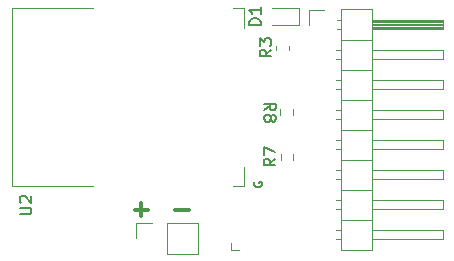
<source format=gbr>
%TF.GenerationSoftware,KiCad,Pcbnew,(5.1.10-1-10_14)*%
%TF.CreationDate,2021-08-31T12:45:11-05:00*%
%TF.ProjectId,wireless_measurement_ard,77697265-6c65-4737-935f-6d6561737572,rev?*%
%TF.SameCoordinates,Original*%
%TF.FileFunction,Legend,Top*%
%TF.FilePolarity,Positive*%
%FSLAX46Y46*%
G04 Gerber Fmt 4.6, Leading zero omitted, Abs format (unit mm)*
G04 Created by KiCad (PCBNEW (5.1.10-1-10_14)) date 2021-08-31 12:45:11*
%MOMM*%
%LPD*%
G01*
G04 APERTURE LIST*
%ADD10C,0.300000*%
%ADD11C,0.150000*%
%ADD12C,0.120000*%
G04 APERTURE END LIST*
D10*
X124396571Y-93325142D02*
X125539428Y-93325142D01*
X120967571Y-93325142D02*
X122110428Y-93325142D01*
X121539000Y-93896571D02*
X121539000Y-92753714D01*
D11*
X131070000Y-90989571D02*
X131034285Y-91061000D01*
X131034285Y-91168142D01*
X131070000Y-91275285D01*
X131141428Y-91346714D01*
X131212857Y-91382428D01*
X131355714Y-91418142D01*
X131462857Y-91418142D01*
X131605714Y-91382428D01*
X131677142Y-91346714D01*
X131748571Y-91275285D01*
X131784285Y-91168142D01*
X131784285Y-91096714D01*
X131748571Y-90989571D01*
X131712857Y-90953857D01*
X131462857Y-90953857D01*
X131462857Y-91096714D01*
D12*
%TO.C,U2*%
X130256000Y-76290000D02*
X129296000Y-76290000D01*
X130256000Y-77920000D02*
X130256000Y-76290000D01*
X130256000Y-91350000D02*
X130256000Y-89720000D01*
X129296000Y-91350000D02*
X130256000Y-91350000D01*
X110536000Y-76290000D02*
X117396000Y-76290000D01*
X110536000Y-91350000D02*
X110536000Y-76290000D01*
X117396000Y-91350000D02*
X110536000Y-91350000D01*
%TO.C,R8*%
X133284700Y-85342824D02*
X133284700Y-84833376D01*
X134329700Y-85342824D02*
X134329700Y-84833376D01*
%TO.C,R7*%
X133335500Y-89103924D02*
X133335500Y-88594476D01*
X134380500Y-89103924D02*
X134380500Y-88594476D01*
%TO.C,J2*%
X129159000Y-96774000D02*
X129159000Y-96139000D01*
X129794000Y-96774000D02*
X129159000Y-96774000D01*
%TO.C,J1*%
X138396800Y-76343200D02*
X138396800Y-96783200D01*
X138396800Y-96783200D02*
X141056800Y-96783200D01*
X141056800Y-96783200D02*
X141056800Y-76343200D01*
X141056800Y-76343200D02*
X138396800Y-76343200D01*
X141056800Y-77293200D02*
X147056800Y-77293200D01*
X147056800Y-77293200D02*
X147056800Y-78053200D01*
X147056800Y-78053200D02*
X141056800Y-78053200D01*
X141056800Y-77353200D02*
X147056800Y-77353200D01*
X141056800Y-77473200D02*
X147056800Y-77473200D01*
X141056800Y-77593200D02*
X147056800Y-77593200D01*
X141056800Y-77713200D02*
X147056800Y-77713200D01*
X141056800Y-77833200D02*
X147056800Y-77833200D01*
X141056800Y-77953200D02*
X147056800Y-77953200D01*
X138066800Y-77293200D02*
X138396800Y-77293200D01*
X138066800Y-78053200D02*
X138396800Y-78053200D01*
X138396800Y-78943200D02*
X141056800Y-78943200D01*
X141056800Y-79833200D02*
X147056800Y-79833200D01*
X147056800Y-79833200D02*
X147056800Y-80593200D01*
X147056800Y-80593200D02*
X141056800Y-80593200D01*
X137999729Y-79833200D02*
X138396800Y-79833200D01*
X137999729Y-80593200D02*
X138396800Y-80593200D01*
X138396800Y-81483200D02*
X141056800Y-81483200D01*
X141056800Y-82373200D02*
X147056800Y-82373200D01*
X147056800Y-82373200D02*
X147056800Y-83133200D01*
X147056800Y-83133200D02*
X141056800Y-83133200D01*
X137999729Y-82373200D02*
X138396800Y-82373200D01*
X137999729Y-83133200D02*
X138396800Y-83133200D01*
X138396800Y-84023200D02*
X141056800Y-84023200D01*
X141056800Y-84913200D02*
X147056800Y-84913200D01*
X147056800Y-84913200D02*
X147056800Y-85673200D01*
X147056800Y-85673200D02*
X141056800Y-85673200D01*
X137999729Y-84913200D02*
X138396800Y-84913200D01*
X137999729Y-85673200D02*
X138396800Y-85673200D01*
X138396800Y-86563200D02*
X141056800Y-86563200D01*
X141056800Y-87453200D02*
X147056800Y-87453200D01*
X147056800Y-87453200D02*
X147056800Y-88213200D01*
X147056800Y-88213200D02*
X141056800Y-88213200D01*
X137999729Y-87453200D02*
X138396800Y-87453200D01*
X137999729Y-88213200D02*
X138396800Y-88213200D01*
X138396800Y-89103200D02*
X141056800Y-89103200D01*
X141056800Y-89993200D02*
X147056800Y-89993200D01*
X147056800Y-89993200D02*
X147056800Y-90753200D01*
X147056800Y-90753200D02*
X141056800Y-90753200D01*
X137999729Y-89993200D02*
X138396800Y-89993200D01*
X137999729Y-90753200D02*
X138396800Y-90753200D01*
X138396800Y-91643200D02*
X141056800Y-91643200D01*
X141056800Y-92533200D02*
X147056800Y-92533200D01*
X147056800Y-92533200D02*
X147056800Y-93293200D01*
X147056800Y-93293200D02*
X141056800Y-93293200D01*
X137999729Y-92533200D02*
X138396800Y-92533200D01*
X137999729Y-93293200D02*
X138396800Y-93293200D01*
X138396800Y-94183200D02*
X141056800Y-94183200D01*
X141056800Y-95073200D02*
X147056800Y-95073200D01*
X147056800Y-95073200D02*
X147056800Y-95833200D01*
X147056800Y-95833200D02*
X141056800Y-95833200D01*
X137999729Y-95073200D02*
X138396800Y-95073200D01*
X137999729Y-95833200D02*
X138396800Y-95833200D01*
X135686800Y-77673200D02*
X135686800Y-76403200D01*
X135686800Y-76403200D02*
X136956800Y-76403200D01*
%TO.C,Battery1*%
X123698000Y-97088000D02*
X123698000Y-94428000D01*
X123698000Y-97088000D02*
X126298000Y-97088000D01*
X126298000Y-97088000D02*
X126298000Y-94428000D01*
X123698000Y-94428000D02*
X126298000Y-94428000D01*
X121098000Y-94428000D02*
X122428000Y-94428000D01*
X121098000Y-95758000D02*
X121098000Y-94428000D01*
%TO.C,D1*%
X132550000Y-77697000D02*
X134835000Y-77697000D01*
X134835000Y-77697000D02*
X134835000Y-76227000D01*
X134835000Y-76227000D02*
X132550000Y-76227000D01*
%TO.C,R3*%
X133987000Y-79443733D02*
X133987000Y-79786267D01*
X132967000Y-79443733D02*
X132967000Y-79786267D01*
%TO.C,U2*%
D11*
X111212380Y-93725904D02*
X112021904Y-93725904D01*
X112117142Y-93678285D01*
X112164761Y-93630666D01*
X112212380Y-93535428D01*
X112212380Y-93344952D01*
X112164761Y-93249714D01*
X112117142Y-93202095D01*
X112021904Y-93154476D01*
X111212380Y-93154476D01*
X111307619Y-92725904D02*
X111260000Y-92678285D01*
X111212380Y-92583047D01*
X111212380Y-92344952D01*
X111260000Y-92249714D01*
X111307619Y-92202095D01*
X111402857Y-92154476D01*
X111498095Y-92154476D01*
X111640952Y-92202095D01*
X112212380Y-92773523D01*
X112212380Y-92154476D01*
%TO.C,R8*%
X131924819Y-84921433D02*
X132401009Y-84588100D01*
X131924819Y-84350004D02*
X132924819Y-84350004D01*
X132924819Y-84730957D01*
X132877200Y-84826195D01*
X132829580Y-84873814D01*
X132734342Y-84921433D01*
X132591485Y-84921433D01*
X132496247Y-84873814D01*
X132448628Y-84826195D01*
X132401009Y-84730957D01*
X132401009Y-84350004D01*
X132496247Y-85492861D02*
X132543866Y-85397623D01*
X132591485Y-85350004D01*
X132686723Y-85302385D01*
X132734342Y-85302385D01*
X132829580Y-85350004D01*
X132877200Y-85397623D01*
X132924819Y-85492861D01*
X132924819Y-85683338D01*
X132877200Y-85778576D01*
X132829580Y-85826195D01*
X132734342Y-85873814D01*
X132686723Y-85873814D01*
X132591485Y-85826195D01*
X132543866Y-85778576D01*
X132496247Y-85683338D01*
X132496247Y-85492861D01*
X132448628Y-85397623D01*
X132401009Y-85350004D01*
X132305771Y-85302385D01*
X132115295Y-85302385D01*
X132020057Y-85350004D01*
X131972438Y-85397623D01*
X131924819Y-85492861D01*
X131924819Y-85683338D01*
X131972438Y-85778576D01*
X132020057Y-85826195D01*
X132115295Y-85873814D01*
X132305771Y-85873814D01*
X132401009Y-85826195D01*
X132448628Y-85778576D01*
X132496247Y-85683338D01*
%TO.C,R7*%
X132880380Y-89015866D02*
X132404190Y-89349200D01*
X132880380Y-89587295D02*
X131880380Y-89587295D01*
X131880380Y-89206342D01*
X131928000Y-89111104D01*
X131975619Y-89063485D01*
X132070857Y-89015866D01*
X132213714Y-89015866D01*
X132308952Y-89063485D01*
X132356571Y-89111104D01*
X132404190Y-89206342D01*
X132404190Y-89587295D01*
X131880380Y-88682533D02*
X131880380Y-88015866D01*
X132880380Y-88444438D01*
%TO.C,D1*%
X131643380Y-77700095D02*
X130643380Y-77700095D01*
X130643380Y-77462000D01*
X130691000Y-77319142D01*
X130786238Y-77223904D01*
X130881476Y-77176285D01*
X131071952Y-77128666D01*
X131214809Y-77128666D01*
X131405285Y-77176285D01*
X131500523Y-77223904D01*
X131595761Y-77319142D01*
X131643380Y-77462000D01*
X131643380Y-77700095D01*
X131643380Y-76176285D02*
X131643380Y-76747714D01*
X131643380Y-76462000D02*
X130643380Y-76462000D01*
X130786238Y-76557238D01*
X130881476Y-76652476D01*
X130929095Y-76747714D01*
%TO.C,R3*%
X132532380Y-79781666D02*
X132056190Y-80115000D01*
X132532380Y-80353095D02*
X131532380Y-80353095D01*
X131532380Y-79972142D01*
X131580000Y-79876904D01*
X131627619Y-79829285D01*
X131722857Y-79781666D01*
X131865714Y-79781666D01*
X131960952Y-79829285D01*
X132008571Y-79876904D01*
X132056190Y-79972142D01*
X132056190Y-80353095D01*
X131532380Y-79448333D02*
X131532380Y-78829285D01*
X131913333Y-79162619D01*
X131913333Y-79019761D01*
X131960952Y-78924523D01*
X132008571Y-78876904D01*
X132103809Y-78829285D01*
X132341904Y-78829285D01*
X132437142Y-78876904D01*
X132484761Y-78924523D01*
X132532380Y-79019761D01*
X132532380Y-79305476D01*
X132484761Y-79400714D01*
X132437142Y-79448333D01*
%TD*%
M02*

</source>
